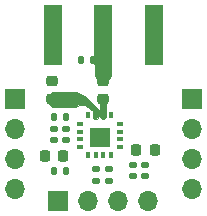
<source format=gbr>
%TF.GenerationSoftware,KiCad,Pcbnew,8.0.0*%
%TF.CreationDate,2024-08-25T13:38:48+02:00*%
%TF.ProjectId,Detector_PTFE,44657465-6374-46f7-925f-505446452e6b,rev?*%
%TF.SameCoordinates,Original*%
%TF.FileFunction,Soldermask,Top*%
%TF.FilePolarity,Negative*%
%FSLAX46Y46*%
G04 Gerber Fmt 4.6, Leading zero omitted, Abs format (unit mm)*
G04 Created by KiCad (PCBNEW 8.0.0) date 2024-08-25 13:38:48*
%MOMM*%
%LPD*%
G01*
G04 APERTURE LIST*
G04 Aperture macros list*
%AMRoundRect*
0 Rectangle with rounded corners*
0 $1 Rounding radius*
0 $2 $3 $4 $5 $6 $7 $8 $9 X,Y pos of 4 corners*
0 Add a 4 corners polygon primitive as box body*
4,1,4,$2,$3,$4,$5,$6,$7,$8,$9,$2,$3,0*
0 Add four circle primitives for the rounded corners*
1,1,$1+$1,$2,$3*
1,1,$1+$1,$4,$5*
1,1,$1+$1,$6,$7*
1,1,$1+$1,$8,$9*
0 Add four rect primitives between the rounded corners*
20,1,$1+$1,$2,$3,$4,$5,0*
20,1,$1+$1,$4,$5,$6,$7,0*
20,1,$1+$1,$6,$7,$8,$9,0*
20,1,$1+$1,$8,$9,$2,$3,0*%
G04 Aperture macros list end*
%ADD10C,1.400000*%
%ADD11C,0.100000*%
%ADD12C,0.600000*%
%ADD13RoundRect,0.135000X0.135000X0.185000X-0.135000X0.185000X-0.135000X-0.185000X0.135000X-0.185000X0*%
%ADD14RoundRect,0.140000X-0.170000X0.140000X-0.170000X-0.140000X0.170000X-0.140000X0.170000X0.140000X0*%
%ADD15R,1.700000X1.700000*%
%ADD16O,1.700000X1.700000*%
%ADD17RoundRect,0.218750X-0.218750X-0.256250X0.218750X-0.256250X0.218750X0.256250X-0.218750X0.256250X0*%
%ADD18RoundRect,0.140000X0.170000X-0.140000X0.170000X0.140000X-0.170000X0.140000X-0.170000X-0.140000X0*%
%ADD19RoundRect,0.135000X-0.185000X0.135000X-0.185000X-0.135000X0.185000X-0.135000X0.185000X0.135000X0*%
%ADD20R,1.500000X5.080000*%
%ADD21RoundRect,0.225000X-0.250000X0.225000X-0.250000X-0.225000X0.250000X-0.225000X0.250000X0.225000X0*%
%ADD22RoundRect,0.100000X-0.175000X-0.100000X0.175000X-0.100000X0.175000X0.100000X-0.175000X0.100000X0*%
%ADD23RoundRect,0.100000X-0.100000X-0.175000X0.100000X-0.175000X0.100000X0.175000X-0.100000X0.175000X0*%
%ADD24RoundRect,0.218750X0.218750X0.256250X-0.218750X0.256250X-0.218750X-0.256250X0.218750X-0.256250X0*%
%ADD25RoundRect,0.140000X-0.140000X-0.170000X0.140000X-0.170000X0.140000X0.170000X-0.140000X0.170000X0*%
G04 APERTURE END LIST*
D10*
X50165000Y-30226000D02*
X50165000Y-31750000D01*
D11*
X48641000Y-33655000D02*
X49784000Y-34798000D01*
X49784000Y-35306000D01*
X49657000Y-35560000D01*
X49403000Y-35560000D01*
X49276000Y-35433000D01*
X49276000Y-34925000D01*
X48641000Y-34417000D01*
X48133000Y-34417000D01*
X47879000Y-34544000D01*
X45847000Y-34544000D01*
X45593000Y-34290000D01*
X45593000Y-33528000D01*
X45847000Y-33274000D01*
X47879000Y-33274000D01*
X48641000Y-33655000D01*
G36*
X48641000Y-33655000D02*
G01*
X49784000Y-34798000D01*
X49784000Y-35306000D01*
X49657000Y-35560000D01*
X49403000Y-35560000D01*
X49276000Y-35433000D01*
X49276000Y-34925000D01*
X48641000Y-34417000D01*
X48133000Y-34417000D01*
X47879000Y-34544000D01*
X45847000Y-34544000D01*
X45593000Y-34290000D01*
X45593000Y-33528000D01*
X45847000Y-33274000D01*
X47879000Y-33274000D01*
X48641000Y-33655000D01*
G37*
X49022000Y-36322000D02*
X50673000Y-36322000D01*
X50673000Y-37846000D01*
X49022000Y-37846000D01*
X49022000Y-36322000D01*
G36*
X49022000Y-36322000D02*
G01*
X50673000Y-36322000D01*
X50673000Y-37846000D01*
X49022000Y-37846000D01*
X49022000Y-36322000D01*
G37*
D12*
X50165000Y-33972500D02*
X50165000Y-35369500D01*
D13*
%TO.C,R3*%
X49278000Y-30607000D03*
X48258000Y-30607000D03*
%TD*%
%TO.C,R2*%
X46992000Y-35409939D03*
X45972000Y-35409939D03*
%TD*%
D14*
%TO.C,C4*%
X46990000Y-36453939D03*
X46990000Y-37413939D03*
%TD*%
D15*
%TO.C,REF\u002A\u002A*%
X46355000Y-42521939D03*
D16*
X48895000Y-42521939D03*
X51435000Y-42521939D03*
X53975000Y-42521939D03*
%TD*%
D14*
%TO.C,C3*%
X45974000Y-36453939D03*
X45974000Y-37413939D03*
%TD*%
D15*
%TO.C,REF\u002A\u002A*%
X42672000Y-33909000D03*
D16*
X42672000Y-36449000D03*
X42672000Y-38989000D03*
X42672000Y-41529000D03*
%TD*%
D17*
%TO.C,L1*%
X45186500Y-38711939D03*
X46761500Y-38711939D03*
%TD*%
D18*
%TO.C,C7*%
X53721000Y-40461939D03*
X53721000Y-39501939D03*
%TD*%
D19*
%TO.C,R5*%
X50673000Y-39852939D03*
X50673000Y-40872939D03*
%TD*%
D20*
%TO.C,J1*%
X50165000Y-28476500D03*
X45915000Y-28476500D03*
X54415000Y-28476500D03*
%TD*%
D21*
%TO.C,C2*%
X45847000Y-32348939D03*
X45847000Y-33898939D03*
%TD*%
D18*
%TO.C,C6*%
X52705000Y-40461939D03*
X52705000Y-39501939D03*
%TD*%
D22*
%TO.C,U1*%
X48140000Y-36007939D03*
X48140000Y-36657939D03*
X48140000Y-37307939D03*
X48140000Y-37957939D03*
D23*
X48865000Y-38682939D03*
X49515000Y-38682939D03*
X50165000Y-38682939D03*
X50815000Y-38682939D03*
D22*
X51540000Y-37957939D03*
X51540000Y-37307939D03*
X51540000Y-36657939D03*
X51540000Y-36007939D03*
D23*
X50815000Y-35282939D03*
X50165000Y-35282939D03*
X49515000Y-35282939D03*
X48865000Y-35282939D03*
%TD*%
D24*
%TO.C,L2*%
X54508500Y-38203939D03*
X52933500Y-38203939D03*
%TD*%
D19*
%TO.C,R4*%
X49530000Y-39852939D03*
X49530000Y-40872939D03*
%TD*%
D15*
%TO.C,REF\u002A\u002A*%
X57658000Y-33909000D03*
D16*
X57658000Y-36449000D03*
X57658000Y-38989000D03*
X57658000Y-41529000D03*
%TD*%
D21*
%TO.C,C1*%
X50165000Y-32348939D03*
X50165000Y-33898939D03*
%TD*%
D25*
%TO.C,C5*%
X46002000Y-39981939D03*
X46962000Y-39981939D03*
%TD*%
M02*

</source>
